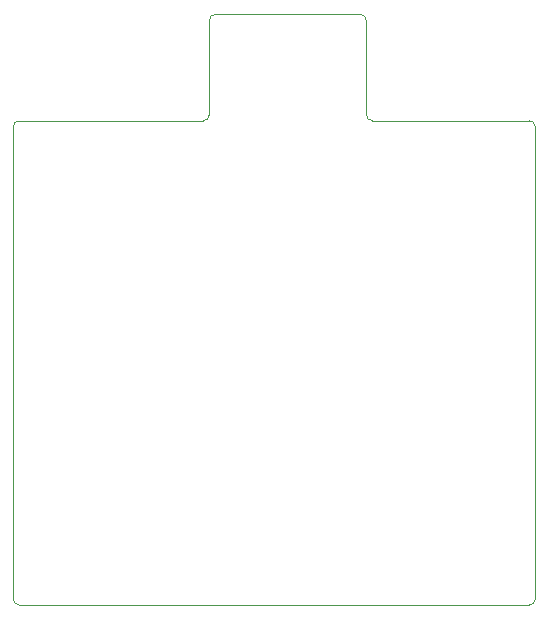
<source format=gbr>
%TF.GenerationSoftware,KiCad,Pcbnew,8.0.2*%
%TF.CreationDate,2024-08-07T22:56:45+12:00*%
%TF.ProjectId,FYP_P2_2,4659505f-5032-45f3-922e-6b696361645f,rev?*%
%TF.SameCoordinates,Original*%
%TF.FileFunction,Profile,NP*%
%FSLAX46Y46*%
G04 Gerber Fmt 4.6, Leading zero omitted, Abs format (unit mm)*
G04 Created by KiCad (PCBNEW 8.0.2) date 2024-08-07 22:56:45*
%MOMM*%
%LPD*%
G01*
G04 APERTURE LIST*
%TA.AperFunction,Profile*%
%ADD10C,0.050000*%
%TD*%
G04 APERTURE END LIST*
D10*
X141296447Y-77096447D02*
G75*
G02*
X141796353Y-77596447I-47J-499953D01*
G01*
X97611671Y-117591994D02*
X97611671Y-77591994D01*
X98013613Y-77101704D02*
X113700000Y-77100000D01*
X114200000Y-68600000D02*
G75*
G02*
X114700000Y-68100000I500000J0D01*
G01*
X128000000Y-77096447D02*
X141296447Y-77096447D01*
X114700000Y-68100000D02*
X126996447Y-68103553D01*
X141296447Y-118096447D02*
X98111671Y-118091994D01*
X126996447Y-68103553D02*
G75*
G02*
X127496447Y-68603553I-47J-500047D01*
G01*
X97611671Y-77591994D02*
G75*
G02*
X98013610Y-77101687I500029J-6D01*
G01*
X98111671Y-118091994D02*
G75*
G02*
X97611706Y-117591994I29J499994D01*
G01*
X141796447Y-117596447D02*
G75*
G02*
X141296447Y-118096447I-500047J47D01*
G01*
X127496447Y-68603553D02*
X127500000Y-76596447D01*
X141796447Y-77596447D02*
X141796447Y-117596447D01*
X114200000Y-76600000D02*
X114200000Y-68600000D01*
X114200000Y-76600000D02*
G75*
G02*
X113700000Y-77100000I-500000J0D01*
G01*
X128000000Y-77096447D02*
G75*
G02*
X127499953Y-76596447I0J500047D01*
G01*
M02*

</source>
